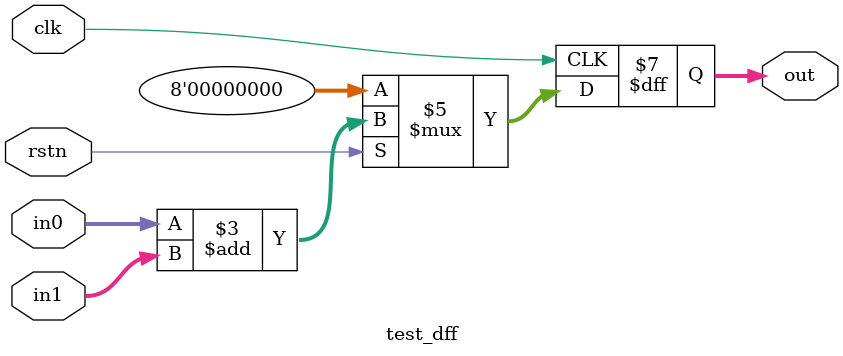
<source format=sv>
module test_dff #(
  parameter BIT = 8
) (
  input  logic        clk,
  input  logic        rstn,
  input  logic [ 7:0] in0,
  input  logic [ 7:0] in1,
  output logic [ 7:0] out
);
  always_ff @(posedge clk)
    begin
      if (!rstn)
        begin
          out <= 0;
        end
      else
        begin
          out <= in0 + in1;
        end
    end
endmodule
</source>
